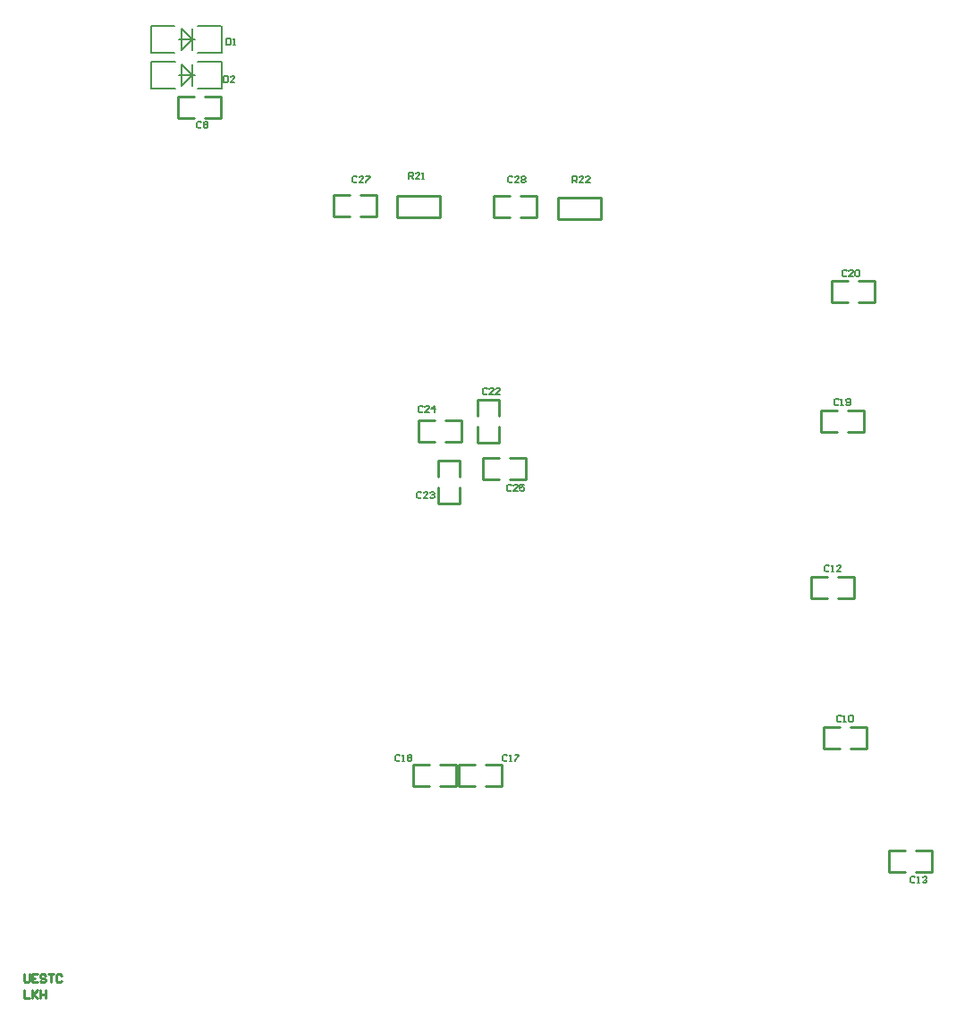
<source format=gbo>
G04*
G04 #@! TF.GenerationSoftware,Altium Limited,Altium Designer,20.0.2 (26)*
G04*
G04 Layer_Color=32896*
%FSLAX24Y24*%
%MOIN*%
G70*
G01*
G75*
%ADD10C,0.0100*%
%ADD11C,0.0079*%
%ADD12C,0.0050*%
%ADD14C,0.0080*%
D10*
X54475Y33200D02*
Y34000D01*
X56075Y33200D02*
Y34000D01*
X55075D02*
X54475D01*
X55075Y33200D02*
X54475D01*
X56075Y34000D02*
X55475D01*
X56075Y33200D02*
X55475D01*
X60275Y29532D02*
Y30331D01*
X61875Y29532D02*
Y30331D01*
X60875D02*
X60275D01*
X60875Y29532D02*
X60275D01*
X61875Y30331D02*
X61275D01*
X61875Y29532D02*
X61275D01*
X64225Y29500D02*
Y30300D01*
X62625Y29500D02*
Y30300D01*
X64225Y29500D02*
X62625D01*
X64225Y30300D02*
X62625D01*
X66225Y29500D02*
Y30300D01*
X67825Y29500D02*
Y30300D01*
X66825D02*
X66225D01*
X66825Y29500D02*
X66225D01*
X67825Y30300D02*
X67225D01*
X67825Y29500D02*
X67225D01*
X68625Y29450D02*
Y30250D01*
X70225Y29450D02*
Y30250D01*
X68625D01*
X70225Y29450D02*
X68625D01*
X66425Y22700D02*
X65625D01*
X66425Y21100D02*
X65625D01*
X66425Y22100D02*
Y22700D01*
X65625Y22100D02*
Y22700D01*
X66425Y21100D02*
Y21700D01*
X65625Y21100D02*
Y21700D01*
X63425Y21150D02*
Y21950D01*
X65025Y21150D02*
Y21950D01*
X64025D02*
X63425D01*
X64025Y21150D02*
X63425D01*
X65025Y21950D02*
X64425D01*
X65025Y21150D02*
X64425D01*
X64975Y18850D02*
X64175D01*
X64975Y20450D02*
X64175D01*
Y18850D02*
Y19450D01*
X64975Y18850D02*
Y19450D01*
X64175Y19850D02*
Y20450D01*
X64975Y19850D02*
Y20450D01*
X67425Y19750D02*
Y20550D01*
X65825Y19750D02*
Y20550D01*
X67425Y19750D02*
X66825D01*
X67425Y20550D02*
X66825D01*
X66425Y19750D02*
X65825D01*
X66425Y20550D02*
X65825D01*
X80425Y26350D02*
Y27150D01*
X78825Y26350D02*
Y27150D01*
X80425Y26350D02*
X79825D01*
X80425Y27150D02*
X79825D01*
X79425Y26350D02*
X78825D01*
X79425Y27150D02*
X78825D01*
X80025Y21500D02*
Y22300D01*
X78425Y21500D02*
Y22300D01*
X80025Y21500D02*
X79425D01*
X80025Y22300D02*
X79425D01*
X79025Y21500D02*
X78425D01*
X79025Y22300D02*
X78425D01*
X78075Y15300D02*
Y16100D01*
X79675Y15300D02*
Y16100D01*
X78675D02*
X78075D01*
X78675Y15300D02*
X78075D01*
X79675Y16100D02*
X79075D01*
X79675Y15300D02*
X79075D01*
X80125Y9700D02*
Y10500D01*
X78525Y9700D02*
Y10500D01*
X80125Y9700D02*
X79525D01*
X80125Y10500D02*
X79525D01*
X79125Y9700D02*
X78525D01*
X79125Y10500D02*
X78525D01*
X80975Y5100D02*
Y5900D01*
X82575Y5100D02*
Y5900D01*
X81575D02*
X80975D01*
X81575Y5100D02*
X80975D01*
X82575Y5900D02*
X81975D01*
X82575Y5100D02*
X81975D01*
X66525Y8300D02*
Y9100D01*
X64925Y8300D02*
Y9100D01*
X66525Y8300D02*
X65925D01*
X66525Y9100D02*
X65925D01*
X65525Y8300D02*
X64925D01*
X65525Y9100D02*
X64925D01*
X64825Y8300D02*
Y9100D01*
X63225Y8300D02*
Y9100D01*
X64825Y8300D02*
X64225D01*
X64825Y9100D02*
X64225D01*
X63825Y8300D02*
X63225D01*
X63825Y9100D02*
X63225D01*
X48725Y1300D02*
Y1050D01*
X48775Y1000D01*
X48875D01*
X48925Y1050D01*
Y1300D01*
X49225D02*
X49025D01*
Y1000D01*
X49225D01*
X49025Y1150D02*
X49125D01*
X49525Y1250D02*
X49475Y1300D01*
X49375D01*
X49325Y1250D01*
Y1200D01*
X49375Y1150D01*
X49475D01*
X49525Y1100D01*
Y1050D01*
X49475Y1000D01*
X49375D01*
X49325Y1050D01*
X49625Y1300D02*
X49825D01*
X49725D01*
Y1000D01*
X50125Y1250D02*
X50075Y1300D01*
X49975D01*
X49925Y1250D01*
Y1050D01*
X49975Y1000D01*
X50075D01*
X50125Y1050D01*
X48725Y700D02*
Y400D01*
X48925D01*
X49025Y700D02*
Y400D01*
Y500D01*
X49225Y700D01*
X49075Y550D01*
X49225Y400D01*
X49325Y700D02*
Y400D01*
Y550D01*
X49525D01*
Y700D01*
Y400D01*
D11*
X56080Y35650D02*
X55940D01*
X56070Y36650D02*
X55940D01*
X54340D02*
X53590D01*
X54340Y35650D02*
X53590D01*
X55940D02*
X55190D01*
X55940Y36650D02*
X55190D01*
X56080Y35650D02*
Y36650D01*
X53590D02*
X53450D01*
Y35650D02*
Y36650D01*
X53590Y35650D02*
X53450D01*
X56090Y34300D02*
X55950D01*
X56080Y35300D02*
X55950D01*
X54350D02*
X53600D01*
X54350Y34300D02*
X53600D01*
X55950D02*
X55200D01*
X55950Y35300D02*
X55200D01*
X56090Y34300D02*
Y35300D01*
X53600D02*
X53460D01*
Y34300D02*
Y35300D01*
X53600Y34300D02*
X53460D01*
D12*
X69175Y30800D02*
Y31040D01*
X69295D01*
X69335Y31000D01*
Y30920D01*
X69295Y30880D01*
X69175D01*
X69255D02*
X69335Y30800D01*
X69575D02*
X69415D01*
X69575Y30960D01*
Y31000D01*
X69535Y31040D01*
X69455D01*
X69415Y31000D01*
X69815Y30800D02*
X69655D01*
X69815Y30960D01*
Y31000D01*
X69775Y31040D01*
X69695D01*
X69655Y31000D01*
X63075Y30950D02*
Y31190D01*
X63195D01*
X63235Y31150D01*
Y31070D01*
X63195Y31030D01*
X63075D01*
X63155D02*
X63235Y30950D01*
X63475D02*
X63315D01*
X63475Y31110D01*
Y31150D01*
X63435Y31190D01*
X63355D01*
X63315Y31150D01*
X63555Y30950D02*
X63635D01*
X63595D01*
Y31190D01*
X63555Y31150D01*
X56175Y34790D02*
Y34550D01*
X56295D01*
X56335Y34590D01*
Y34750D01*
X56295Y34790D01*
X56175D01*
X56575Y34550D02*
X56415D01*
X56575Y34710D01*
Y34750D01*
X56535Y34790D01*
X56455D01*
X56415Y34750D01*
X56275Y36190D02*
Y35950D01*
X56395D01*
X56435Y35990D01*
Y36150D01*
X56395Y36190D01*
X56275D01*
X56515Y35950D02*
X56595D01*
X56555D01*
Y36190D01*
X56515Y36150D01*
X66935Y31000D02*
X66895Y31040D01*
X66815D01*
X66775Y31000D01*
Y30840D01*
X66815Y30800D01*
X66895D01*
X66935Y30840D01*
X67175Y30800D02*
X67015D01*
X67175Y30960D01*
Y31000D01*
X67135Y31040D01*
X67055D01*
X67015Y31000D01*
X67255D02*
X67295Y31040D01*
X67375D01*
X67415Y31000D01*
Y30960D01*
X67375Y30920D01*
X67415Y30880D01*
Y30840D01*
X67375Y30800D01*
X67295D01*
X67255Y30840D01*
Y30880D01*
X67295Y30920D01*
X67255Y30960D01*
Y31000D01*
X67295Y30920D02*
X67375D01*
X61135Y31000D02*
X61095Y31040D01*
X61015D01*
X60975Y31000D01*
Y30840D01*
X61015Y30800D01*
X61095D01*
X61135Y30840D01*
X61375Y30800D02*
X61215D01*
X61375Y30960D01*
Y31000D01*
X61335Y31040D01*
X61255D01*
X61215Y31000D01*
X61455Y31040D02*
X61615D01*
Y31000D01*
X61455Y30840D01*
Y30800D01*
X66885Y19500D02*
X66845Y19540D01*
X66765D01*
X66725Y19500D01*
Y19340D01*
X66765Y19300D01*
X66845D01*
X66885Y19340D01*
X67125Y19300D02*
X66965D01*
X67125Y19460D01*
Y19500D01*
X67085Y19540D01*
X67005D01*
X66965Y19500D01*
X67365Y19540D02*
X67205D01*
Y19420D01*
X67285Y19460D01*
X67325D01*
X67365Y19420D01*
Y19340D01*
X67325Y19300D01*
X67245D01*
X67205Y19340D01*
X63585Y22450D02*
X63545Y22490D01*
X63465D01*
X63425Y22450D01*
Y22290D01*
X63465Y22250D01*
X63545D01*
X63585Y22290D01*
X63825Y22250D02*
X63665D01*
X63825Y22410D01*
Y22450D01*
X63785Y22490D01*
X63705D01*
X63665Y22450D01*
X64025Y22250D02*
Y22490D01*
X63905Y22370D01*
X64065D01*
X63535Y19250D02*
X63495Y19290D01*
X63415D01*
X63375Y19250D01*
Y19090D01*
X63415Y19050D01*
X63495D01*
X63535Y19090D01*
X63775Y19050D02*
X63615D01*
X63775Y19210D01*
Y19250D01*
X63735Y19290D01*
X63655D01*
X63615Y19250D01*
X63855D02*
X63895Y19290D01*
X63975D01*
X64015Y19250D01*
Y19210D01*
X63975Y19170D01*
X63935D01*
X63975D01*
X64015Y19130D01*
Y19090D01*
X63975Y19050D01*
X63895D01*
X63855Y19090D01*
X65985Y23100D02*
X65945Y23140D01*
X65865D01*
X65825Y23100D01*
Y22940D01*
X65865Y22900D01*
X65945D01*
X65985Y22940D01*
X66225Y22900D02*
X66065D01*
X66225Y23060D01*
Y23100D01*
X66185Y23140D01*
X66105D01*
X66065Y23100D01*
X66465Y22900D02*
X66305D01*
X66465Y23060D01*
Y23100D01*
X66425Y23140D01*
X66345D01*
X66305Y23100D01*
X79385Y27500D02*
X79345Y27540D01*
X79265D01*
X79225Y27500D01*
Y27340D01*
X79265Y27300D01*
X79345D01*
X79385Y27340D01*
X79625Y27300D02*
X79465D01*
X79625Y27460D01*
Y27500D01*
X79585Y27540D01*
X79505D01*
X79465Y27500D01*
X79705D02*
X79745Y27540D01*
X79825D01*
X79865Y27500D01*
Y27340D01*
X79825Y27300D01*
X79745D01*
X79705Y27340D01*
Y27500D01*
X79085Y22700D02*
X79045Y22740D01*
X78965D01*
X78925Y22700D01*
Y22540D01*
X78965Y22500D01*
X79045D01*
X79085Y22540D01*
X79165Y22500D02*
X79245D01*
X79205D01*
Y22740D01*
X79165Y22700D01*
X79365Y22540D02*
X79405Y22500D01*
X79485D01*
X79525Y22540D01*
Y22700D01*
X79485Y22740D01*
X79405D01*
X79365Y22700D01*
Y22660D01*
X79405Y22620D01*
X79525D01*
X62735Y9450D02*
X62695Y9490D01*
X62615D01*
X62575Y9450D01*
Y9290D01*
X62615Y9250D01*
X62695D01*
X62735Y9290D01*
X62815Y9250D02*
X62895D01*
X62855D01*
Y9490D01*
X62815Y9450D01*
X63015D02*
X63055Y9490D01*
X63135D01*
X63175Y9450D01*
Y9410D01*
X63135Y9370D01*
X63175Y9330D01*
Y9290D01*
X63135Y9250D01*
X63055D01*
X63015Y9290D01*
Y9330D01*
X63055Y9370D01*
X63015Y9410D01*
Y9450D01*
X63055Y9370D02*
X63135D01*
X66735Y9450D02*
X66695Y9490D01*
X66615D01*
X66575Y9450D01*
Y9290D01*
X66615Y9250D01*
X66695D01*
X66735Y9290D01*
X66815Y9250D02*
X66895D01*
X66855D01*
Y9490D01*
X66815Y9450D01*
X67015Y9490D02*
X67175D01*
Y9450D01*
X67015Y9290D01*
Y9250D01*
X81935Y4900D02*
X81895Y4940D01*
X81815D01*
X81775Y4900D01*
Y4740D01*
X81815Y4700D01*
X81895D01*
X81935Y4740D01*
X82015Y4700D02*
X82095D01*
X82055D01*
Y4940D01*
X82015Y4900D01*
X82215D02*
X82255Y4940D01*
X82335D01*
X82375Y4900D01*
Y4860D01*
X82335Y4820D01*
X82295D01*
X82335D01*
X82375Y4780D01*
Y4740D01*
X82335Y4700D01*
X82255D01*
X82215Y4740D01*
X78735Y16500D02*
X78695Y16540D01*
X78615D01*
X78575Y16500D01*
Y16340D01*
X78615Y16300D01*
X78695D01*
X78735Y16340D01*
X78815Y16300D02*
X78895D01*
X78855D01*
Y16540D01*
X78815Y16500D01*
X79175Y16300D02*
X79015D01*
X79175Y16460D01*
Y16500D01*
X79135Y16540D01*
X79055D01*
X79015Y16500D01*
X79185Y10900D02*
X79145Y10940D01*
X79065D01*
X79025Y10900D01*
Y10740D01*
X79065Y10700D01*
X79145D01*
X79185Y10740D01*
X79265Y10700D02*
X79345D01*
X79305D01*
Y10940D01*
X79265Y10900D01*
X79465D02*
X79505Y10940D01*
X79585D01*
X79625Y10900D01*
Y10740D01*
X79585Y10700D01*
X79505D01*
X79465Y10740D01*
Y10900D01*
X55335Y33050D02*
X55295Y33090D01*
X55215D01*
X55175Y33050D01*
Y32890D01*
X55215Y32850D01*
X55295D01*
X55335Y32890D01*
X55415Y33050D02*
X55455Y33090D01*
X55535D01*
X55575Y33050D01*
Y33010D01*
X55535Y32970D01*
X55575Y32930D01*
Y32890D01*
X55535Y32850D01*
X55455D01*
X55415Y32890D01*
Y32930D01*
X55455Y32970D01*
X55415Y33010D01*
Y33050D01*
X55455Y32970D02*
X55535D01*
D14*
X55090Y36150D02*
X54490D01*
X54990Y35750D02*
Y36550D01*
X54590Y35750D02*
Y36550D01*
X54990Y36150D02*
X54590Y35750D01*
X54990Y36150D02*
X54590Y36550D01*
X55100Y34800D02*
X54500D01*
X55000Y34400D02*
Y35200D01*
X54600Y34400D02*
Y35200D01*
X55000Y34800D02*
X54600Y34400D01*
X55000Y34800D02*
X54600Y35200D01*
M02*

</source>
